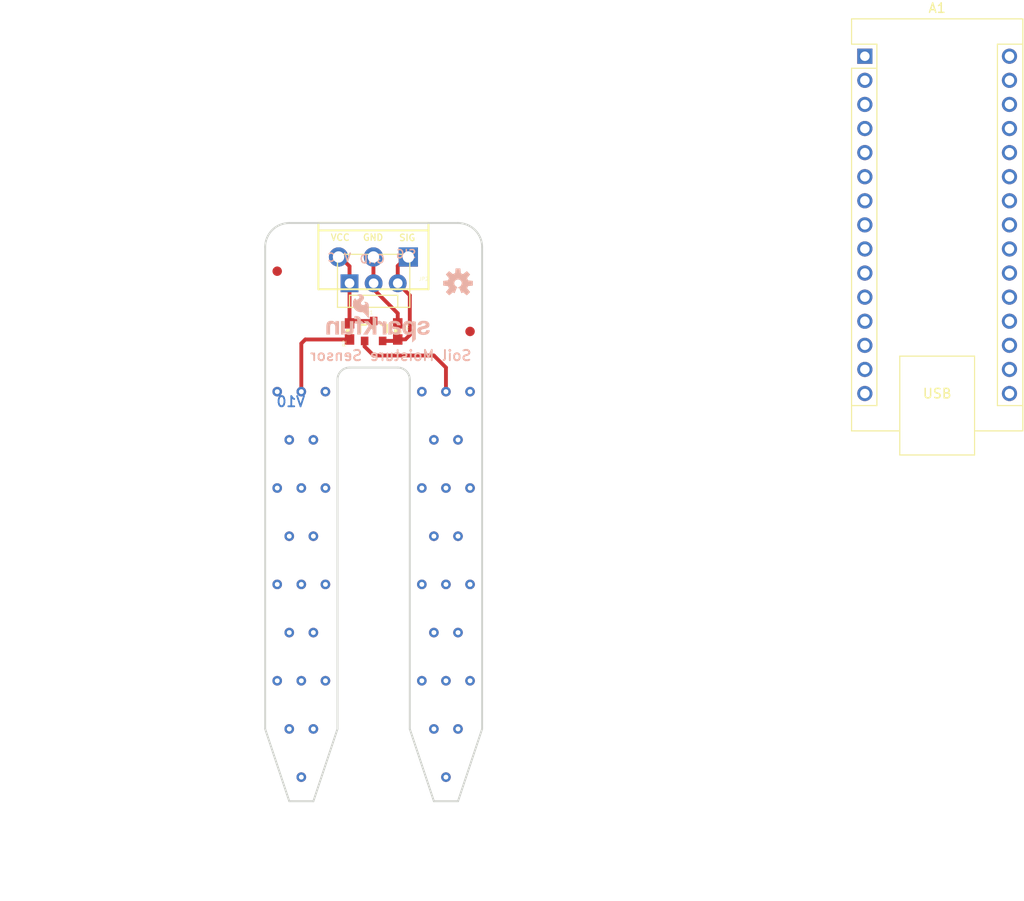
<source format=kicad_pcb>
(kicad_pcb (version 20240108) (generator "pcbnew") (generator_version "8.0")
  (layers (0 "F.Cu" signal) (31 "B.Cu" signal) (34 "B.Paste" user) (35 "F.Paste" user) (36 "B.SilkS" user "B.Silkscreen") (37 "F.SilkS" user "F.Silkscreen") (38 "B.Mask" user) (39 "F.Mask" user) (44 "Edge.Cuts" user))
  (net 0 "")
  (net 1 "/SIG")
  (net 2 "VCC")
  (net 3 "GND")
  (net 4 "/PROBE1")
  (net 5 "/PROBE2")
  (net 34 "-5V")
  (footprint "SparkFun_Soil_Moisture_Sensor:0603-RES" (layer "F.Cu") (at 151.0411 85.9536 -90)
    (property "Reference" "R1" (at -0.889 -0.762 -90) (layer "F.SilkS") (effects (font (size 0.373888 0.373888) (thickness 0.032512)) (justify right top)))
    (property "Value" "10k")
    (fp_poly (pts (xy -0.2286 0.381) (xy 0.2286 0.381) (xy 0.2286 -0.381) (xy -0.2286 -0.381)) (fill solid) (layer "F.SilkS"))
    (pad "1" smd rect (at -0.85 0 270) (size 1.1 1) (layers "F.Cu" "F.Paste" "F.Mask") (net 3 "GND"))
    (pad "2" smd rect (at 0.85 0 270) (size 1.1 1) (layers "F.Cu" "F.Paste" "F.Mask") (net 1 "/SIG"))
  )
  (footprint "SparkFun_Soil_Moisture_Sensor:MOLEX-1X3" (layer "F.Cu") (at 145.9611 80.8736)
    (property "Reference" "JP1" (hide yes))
    (property "Value" "M03POLAR" (hide yes))
    (fp_line (start -1.27 -3.048) (end -1.27 2.54) (stroke (width 0.127)) (layer "F.SilkS"))
    (fp_line (start 0 1.27) (end 5.08 1.27) (stroke (width 0.127)) (layer "F.SilkS"))
    (fp_line (start 0 2.54) (end -1.27 2.54) (stroke (width 0.127)) (layer "F.SilkS"))
    (fp_line (start 0 2.54) (end 0 1.27) (stroke (width 0.127)) (layer "F.SilkS"))
    (fp_line (start 5.08 1.27) (end 5.08 2.54) (stroke (width 0.127)) (layer "F.SilkS"))
    (fp_line (start 5.08 2.54) (end 0 2.54) (stroke (width 0.127)) (layer "F.SilkS"))
    (fp_line (start 6.35 -3.048) (end -1.27 -3.048) (stroke (width 0.127)) (layer "F.SilkS"))
    (fp_line (start 6.35 -3.048) (end 6.35 2.54) (stroke (width 0.127)) (layer "F.SilkS"))
    (fp_line (start 6.35 2.54) (end 5.08 2.54) (stroke (width 0.127)) (layer "F.SilkS"))
    (pad "1" thru_hole rect (at 0 0) (size 1.8796 1.8796) (drill 1.016) (layers "*.Cu" "*.Mask") (net 2 "VCC"))
    (pad "2" thru_hole circle (at 2.54 0) (size 1.8796 1.8796) (drill 1.016) (layers "*.Cu" "*.Mask") (net 3 "GND"))
    (pad "3" thru_hole circle (at 5.08 0) (size 1.8796 1.8796) (drill 1.016) (layers "*.Cu" "*.Mask") (net 1 "/SIG"))
  )
  (footprint "SparkFun_Soil_Moisture_Sensor:SCREWTERMINAL-3.5MM-3_LOCK.007S" (layer "F.Cu") (at 151.9809 78.105 180)
    (property "Reference" "JP2" (at -1.27 -2.54 180) (layer "F.SilkS") (effects (font (size 0.373888 0.373888) (thickness 0.032512)) (justify left bottom)))
    (property "Value" "M03SCREW_LOCK")
    (fp_line (start 9.3 3.6) (end -2.3 3.6) (stroke (width 0.2032)) (layer "F.SilkS"))
    (fp_line (start 9.3 2.8) (end 9.3 3.6) (stroke (width 0.2032)) (layer "F.SilkS"))
    (fp_line (start 9.3 2.8) (end -2.3 2.8) (stroke (width 0.2032)) (layer "F.SilkS"))
    (fp_line (start 9.3 -3.4) (end 9.3 2.8) (stroke (width 0.2032)) (layer "F.SilkS"))
    (fp_line (start -2.3 3.6) (end -2.3 2.8) (stroke (width 0.2032)) (layer "F.SilkS"))
    (fp_line (start -2.3 2.8) (end -2.3 -3.4) (stroke (width 0.2032)) (layer "F.SilkS"))
    (fp_line (start -2.3 -3.4) (end 9.3 -3.4) (stroke (width 0.2032)) (layer "F.SilkS"))
    (pad "1" thru_hole rect (at -0.1778 0 180) (size 2.032 2.032) (drill 1.2) (layers "*.Cu" "*.Mask") (net 1 "/SIG"))
    (pad "2" thru_hole circle (at 3.5 0 180) (size 2.032 2.032) (drill 1.2) (layers "*.Cu" "*.Mask") (net 3 "GND"))
    (pad "3" thru_hole circle (at 7.1778 0 180) (size 2.032 2.032) (drill 1.2) (layers "*.Cu" "*.Mask") (net 2 "VCC"))
  )
  (footprint "SparkFun_Soil_Moisture_Sensor:FIDUCIAL-1X2" (layer "F.Cu") (at 138.3411 79.6036)
    (property "Reference" "FID1" (hide yes))
    (property "Value" "FIDUCIAL1X2" (hide yes))
    (pad "1" smd roundrect (at 0 0) (size 1 1) (layers "F.Cu" "F.Mask") (roundrect_rratio 0.5))
  )
  (footprint "SparkFun_Soil_Moisture_Sensor:0603-RES" (layer "F.Cu") (at 145.9611 85.9536 90)
    (property "Reference" "R2" (at -0.889 -0.762 90) (layer "F.SilkS") (effects (font (size 0.373888 0.373888) (thickness 0.032512)) (justify right top)))
    (property "Value" "100")
    (fp_poly (pts (xy -0.2286 0.381) (xy 0.2286 0.381) (xy 0.2286 -0.381) (xy -0.2286 -0.381)) (fill solid) (layer "F.SilkS"))
    (pad "1" smd rect (at -0.85 0 90) (size 1.1 1) (layers "F.Cu" "F.Paste" "F.Mask") (net 5 "/PROBE2"))
    (pad "2" smd rect (at 0.85 0 90) (size 1.1 1) (layers "F.Cu" "F.Paste" "F.Mask") (net 2 "VCC"))
  )
  (footprint "Module:Arduino_Nano" (layer "F.Cu") (at 200.26 56.94)
    (property "Reference" "A1" (at 7.62 -5.08 0) (layer "F.SilkS"))
    (property "Value" "Arduino_Nano_v2.x")
    (fp_line (start -1.4 -3.94) (end -1.4 -1.27) (stroke (width 0.12)) (layer "F.SilkS"))
    (fp_line (start -1.4 1.27) (end -1.4 39.5) (stroke (width 0.12)) (layer "F.SilkS"))
    (fp_line (start -1.4 39.5) (end 3.68 39.5) (stroke (width 0.12)) (layer "F.SilkS"))
    (fp_line (start 1.27 -1.27) (end -1.4 -1.27) (stroke (width 0.12)) (layer "F.SilkS"))
    (fp_line (start 1.27 1.27) (end -1.4 1.27) (stroke (width 0.12)) (layer "F.SilkS"))
    (fp_line (start 1.27 1.27) (end 1.27 -1.27) (stroke (width 0.12)) (layer "F.SilkS"))
    (fp_line (start 1.27 1.27) (end 1.27 36.83) (stroke (width 0.12)) (layer "F.SilkS"))
    (fp_line (start 1.27 36.83) (end -1.4 36.83) (stroke (width 0.12)) (layer "F.SilkS"))
    (fp_line (start 3.68 31.62) (end 11.56 31.62) (stroke (width 0.12)) (layer "F.SilkS"))
    (fp_line (start 3.68 42.04) (end 3.68 31.62) (stroke (width 0.12)) (layer "F.SilkS"))
    (fp_line (start 11.56 31.62) (end 11.56 42.04) (stroke (width 0.12)) (layer "F.SilkS"))
    (fp_line (start 11.56 42.04) (end 3.68 42.04) (stroke (width 0.12)) (layer "F.SilkS"))
    (fp_line (start 13.97 -1.27) (end 13.97 36.83) (stroke (width 0.12)) (layer "F.SilkS"))
    (fp_line (start 13.97 -1.27) (end 16.64 -1.27) (stroke (width 0.12)) (layer "F.SilkS"))
    (fp_line (start 13.97 36.83) (end 16.64 36.83) (stroke (width 0.12)) (layer "F.SilkS"))
    (fp_line (start 16.64 -3.94) (end -1.4 -3.94) (stroke (width 0.12)) (layer "F.SilkS"))
    (fp_line (start 16.64 39.5) (end 11.56 39.5) (stroke (width 0.12)) (layer "F.SilkS"))
    (fp_line (start 16.64 39.5) (end 16.64 -3.94) (stroke (width 0.12)) (layer "F.SilkS"))
    (fp_text user "USB" (at 7.62 35.56 0) (layer "F.SilkS"))
    (pad "1" thru_hole rect (at 0 0) (size 1.6 1.6) (drill 1) (layers "*.Cu" "*.Mask"))
    (pad "2" thru_hole oval (at 0 2.54) (size 1.6 1.6) (drill 1) (layers "*.Cu" "*.Mask"))
    (pad "3" thru_hole oval (at 0 5.08) (size 1.6 1.6) (drill 1) (layers "*.Cu" "*.Mask"))
    (pad "4" thru_hole oval (at 0 7.62) (size 1.6 1.6) (drill 1) (layers "*.Cu" "*.Mask") (net 3 "GND"))
    (pad "5" thru_hole oval (at 0 10.16) (size 1.6 1.6) (drill 1) (layers "*.Cu" "*.Mask"))
    (pad "6" thru_hole oval (at 0 12.7) (size 1.6 1.6) (drill 1) (layers "*.Cu" "*.Mask"))
    (pad "7" thru_hole oval (at 0 15.24) (size 1.6 1.6) (drill 1) (layers "*.Cu" "*.Mask"))
    (pad "8" thru_hole oval (at 0 17.78) (size 1.6 1.6) (drill 1) (layers "*.Cu" "*.Mask"))
    (pad "9" thru_hole oval (at 0 20.32) (size 1.6 1.6) (drill 1) (layers "*.Cu" "*.Mask"))
    (pad "10" thru_hole oval (at 0 22.86) (size 1.6 1.6) (drill 1) (layers "*.Cu" "*.Mask"))
    (pad "11" thru_hole oval (at 0 25.4) (size 1.6 1.6) (drill 1) (layers "*.Cu" "*.Mask"))
    (pad "12" thru_hole oval (at 0 27.94) (size 1.6 1.6) (drill 1) (layers "*.Cu" "*.Mask"))
    (pad "13" thru_hole oval (at 0 30.48) (size 1.6 1.6) (drill 1) (layers "*.Cu" "*.Mask"))
    (pad "14" thru_hole oval (at 0 33.02) (size 1.6 1.6) (drill 1) (layers "*.Cu" "*.Mask"))
    (pad "15" thru_hole oval (at 0 35.56) (size 1.6 1.6) (drill 1) (layers "*.Cu" "*.Mask"))
    (pad "16" thru_hole oval (at 15.24 35.56) (size 1.6 1.6) (drill 1) (layers "*.Cu" "*.Mask"))
    (pad "17" thru_hole oval (at 15.24 33.02) (size 1.6 1.6) (drill 1) (layers "*.Cu" "*.Mask"))
    (pad "18" thru_hole oval (at 15.24 30.48) (size 1.6 1.6) (drill 1) (layers "*.Cu" "*.Mask"))
    (pad "19" thru_hole oval (at 15.24 27.94) (size 1.6 1.6) (drill 1) (layers "*.Cu" "*.Mask"))
    (pad "20" thru_hole oval (at 15.24 25.4) (size 1.6 1.6) (drill 1) (layers "*.Cu" "*.Mask"))
    (pad "21" thru_hole oval (at 15.24 22.86) (size 1.6 1.6) (drill 1) (layers "*.Cu" "*.Mask"))
    (pad "22" thru_hole oval (at 15.24 20.32) (size 1.6 1.6) (drill 1) (layers "*.Cu" "*.Mask"))
    (pad "23" thru_hole oval (at 15.24 17.78) (size 1.6 1.6) (drill 1) (layers "*.Cu" "*.Mask"))
    (pad "24" thru_hole oval (at 15.24 15.24) (size 1.6 1.6) (drill 1) (layers "*.Cu" "*.Mask"))
    (pad "25" thru_hole oval (at 15.24 12.7) (size 1.6 1.6) (drill 1) (layers "*.Cu" "*.Mask"))
    (pad "26" thru_hole oval (at 15.24 10.16) (size 1.6 1.6) (drill 1) (layers "*.Cu" "*.Mask"))
    (pad "27" thru_hole oval (at 15.24 7.62) (size 1.6 1.6) (drill 1) (layers "*.Cu" "*.Mask") (net 34 "-5V"))
    (pad "28" thru_hole oval (at 15.24 5.08) (size 1.6 1.6) (drill 1) (layers "*.Cu" "*.Mask"))
    (pad "29" thru_hole oval (at 15.24 2.54) (size 1.6 1.6) (drill 1) (layers "*.Cu" "*.Mask"))
    (pad "30" thru_hole oval (at 15.24 0) (size 1.6 1.6) (drill 1) (layers "*.Cu" "*.Mask"))
  )
  (footprint "SparkFun_Soil_Moisture_Sensor:CREATIVE_COMMONS" (layer "F.Cu") (at 129.4511 145.6436)
    (property "Reference" "FRAME1" (hide yes))
    (property "Value" "FRAME-LETTER" (hide yes))
  )
  (footprint "SparkFun_Soil_Moisture_Sensor:STAND-OFF" (layer "F.Cu") (at 139.6111 77.0636)
    (property "Reference" "STANDOFF1" (hide yes))
    (property "Value" "STAND-OFF" (hide yes))
    (pad "" np_thru_hole circle (at 0 0) (size 3.302 3.302) (drill 3.302) (layers "*.Cu" "*.Mask"))
  )
  (footprint "SparkFun_Soil_Moisture_Sensor:STAND-OFF" (layer "F.Cu") (at 157.3911 77.0636)
    (property "Reference" "STANDOFF2" (hide yes))
    (property "Value" "STAND-OFF" (hide yes))
    (pad "" np_thru_hole circle (at 0 0) (size 3.302 3.302) (drill 3.302) (layers "*.Cu" "*.Mask"))
  )
  (footprint "SparkFun_Soil_Moisture_Sensor:SOT23-3" (layer "F.Cu") (at 148.5011 85.9536)
    (property "Reference" "Q1" (at -0.8255 -1.778 0) (layer "F.SilkS") (effects (font (size 0.373888 0.373888) (thickness 0.032512)) (justify left bottom)))
    (property "Value" "TRANSISTOR_NPNMMBT2222A")
    (fp_line (start -1.4 -0.7) (end -1.4 0.1) (stroke (width 0.2032)) (layer "F.SilkS"))
    (fp_line (start -0.8 -0.7) (end -1.4 -0.7) (stroke (width 0.2032)) (layer "F.SilkS"))
    (fp_line (start 0.8 -0.7) (end 1.4 -0.7) (stroke (width 0.2032)) (layer "F.SilkS"))
    (fp_line (start 1.4 -0.7) (end 1.4 0.1) (stroke (width 0.2032)) (layer "F.SilkS"))
    (pad "1" smd rect (at -0.95 1) (size 0.8 0.9) (layers "F.Cu" "F.Paste" "F.Mask") (net 4 "/PROBE1"))
    (pad "2" smd rect (at 0.95 1) (size 0.8 0.9) (layers "F.Cu" "F.Paste" "F.Mask") (net 1 "/SIG"))
    (pad "3" smd rect (at 0 -1.1) (size 0.8 0.9) (layers "F.Cu" "F.Paste" "F.Mask") (net 2 "VCC"))
  )
  (footprint "SparkFun_Soil_Moisture_Sensor:FIDUCIAL-1X2" (layer "F.Cu") (at 158.6611 85.9536)
    (property "Reference" "FID2" (hide yes))
    (property "Value" "FIDUCIAL1X2" (hide yes))
    (pad "1" smd roundrect (at 0 0) (size 1 1) (layers "F.Cu" "F.Mask") (roundrect_rratio 0.5))
  )
  (footprint "SparkFun_Soil_Moisture_Sensor:SFE_LOGO_NAME_FLAME_.1" (layer "B.Cu") (at 154.8511 87.2236 180)
    (property "Reference" "LOGO1" (hide yes))
    (property "Value" "SFE_LOGO_NAME_FLAME.1_INCH" (hide yes))
    (fp_poly (pts (xy 3.342723 1.632471) (xy 3.332519 1.489622) (xy 3.302427 1.35922) (xy 3.251323 1.23657) (xy 2.906799 1.398699) (xy 2.937517 1.480612) (xy 2.94746 1.560155) (xy 2.94746 1.642606)) (fill solid) (layer "B.SilkS"))
    (fp_poly (pts (xy 6.45254 1.85631) (xy 6.938918 2.36254) (xy 7.406216 2.36254) (xy 6.873268 1.839647) (xy 7.464702 0.93746) (xy 6.988585 0.93746) (xy 6.599469 1.56603) (xy 6.45254 1.428896) (xy 6.45254 0.93746) (xy 6.05746 0.93746) (xy 6.05746 2.681517) (xy 6.45254 2.894253)) (fill solid) (layer "B.SilkS"))
    (fp_poly (pts (xy 4.232958 1.578639) (xy 4.2106 1.56746) (xy 4.190413 1.56746) (xy 4.160412 1.55746) (xy 4.120413 1.55746) (xy 4.090412 1.54746) (xy 4.0506 1.54746) (xy 4.0306 1.53746) (xy 4.00825 1.53746) (xy 3.926458 1.752162) (xy 4.01972 1.762524) (xy 4.109679 1.772519) (xy 4.181909 1.782838)) (fill solid) (layer "B.SilkS"))
    (fp_poly (pts (xy 8.37254 2.88157) (xy 8.37254 2.59746) (xy 8.200312 2.59746) (xy 8.160888 2.587604) (xy 8.121738 2.568029) (xy 8.102203 2.538726) (xy 8.09254 2.5194) (xy 8.09254 2.479687) (xy 8.08254 2.439687) (xy 8.08254 2.36254) (xy 8.35254 2.36254) (xy 8.35254 2.09746) (xy 8.08254 2.09746) (xy 8.08254 0.93746) (xy 7.69746 0.93746) (xy 7.69746 2.09746) (xy 7.30238 2.09746) (xy 7.348332 2.131924) (xy 7.508332 2.291924) (xy 7.548185 2.321814) (xy 7.57873 2.36254) (xy 7.69746 2.36254) (xy 7.69746 2.560461) (xy 7.727642 2.640947) (xy 7.757811 2.711341) (xy 7.808258 2.771877) (xy 7.878686 2.822183) (xy 7.95906 2.86237) (xy 8.059627 2.89254) (xy 8.3506 2.89254)) (fill solid) (layer "B.SilkS"))
    (fp_poly (pts (xy 5.901052 2.38254) (xy 5.91254 2.38254) (xy 5.91254 2.01746) (xy 5.8994 2.01746) (xy 5.8794 2.02746) (xy 5.770123 2.02746) (xy 5.670438 2.017491) (xy 5.590955 1.99762) (xy 5.521658 1.958022) (xy 5.472093 1.898545) (xy 5.432357 1.829007) (xy 5.412466 1.759386) (xy 5.39254 1.669719) (xy 5.39254 0.93746) (xy 4.99746 0.93746) (xy 4.99746 2.292082) (xy 5.049451 2.30248) (xy 5.089687 2.31254) (xy 5.139747 2.31254) (xy 5.189451 2.32248) (xy 5.229443 2.332479) (xy 5.279502 2.342491) (xy 5.329452 2.352481) (xy 5.37254 2.363253) (xy 5.37254 2.099563) (xy 5.407893 2.161432) (xy 5.448032 2.211607) (xy 5.498213 2.271823) (xy 5.548568 2.312107) (xy 5.618958 2.35233) (xy 5.679249 2.372427) (xy 5.749644 2.39254) (xy 5.891052 2.39254)) (fill solid) (layer "B.SilkS"))
    (fp_poly (pts (xy 8.85254 1.560155) (xy 8.86252 1.480315) (xy 8.872513 1.400367) (xy 8.882403 1.341029) (xy 8.912032 1.301524) (xy 8.941733 1.261922) (xy 8.990929 1.232404) (xy 9.040478 1.222495) (xy 9.100052 1.212565) (xy 9.179633 1.222513) (xy 9.239105 1.232425) (xy 9.288425 1.262017) (xy 9.327912 1.301504) (xy 9.357692 1.361064) (xy 9.387524 1.430674) (xy 9.39746 1.510155) (xy 9.39746 2.36254) (xy 9.79254 2.36254) (xy 9.79254 0.93746) (xy 9.41746 0.93746) (xy 9.41746 1.13746) (xy 9.411359 1.13746) (xy 9.372052 1.078499) (xy 9.331807 1.028193) (xy 9.281377 0.987848) (xy 9.221041 0.957681) (xy 9.170874 0.937614) (xy 9.110586 0.917518) (xy 9.040393 0.90749) (xy 8.98012 0.897445) (xy 8.839465 0.907492) (xy 8.728943 0.947682) (xy 8.638542 0.997904) (xy 8.568001 1.058368) (xy 8.517646 1.149007) (xy 8.487526 1.249406) (xy 8.46746 1.359771) (xy 8.46746 2.36254) (xy 8.85254 2.36254)) (fill solid) (layer "B.SilkS"))
    (fp_poly (pts (xy 10.950429 2.382516) (xy 11.060965 2.35237) (xy 11.151545 2.302048) (xy 11.222001 2.231592) (xy 11.272335 2.151057) (xy 11.302474 2.050594) (xy 11.322522 1.940325) (xy 11.33254 1.810098) (xy 11.33254 0.93746) (xy 10.93746 0.93746) (xy 10.93746 1.739845) (xy 10.927486 1.819641) (xy 10.917491 1.889606) (xy 10.907574 1.949105) (xy 10.877889 1.998581) (xy 10.848266 2.038077) (xy 10.799071 2.067595) (xy 10.749522 2.077505) (xy 10.689947 2.087434) (xy 10.610367 2.077486) (xy 10.550894 2.067574) (xy 10.501697 2.038056) (xy 10.462091 1.988548) (xy 10.432268 1.938843) (xy 10.402482 1.869342) (xy 10.39254 1.779864) (xy 10.39254 0.93746) (xy 9.99746 0.93746) (xy 9.99746 2.36254) (xy 10.37254 2.36254) (xy 10.37254 2.16254) (xy 10.378641 2.16254) (xy 10.418026 2.221618) (xy 10.458303 2.261896) (xy 10.508499 2.302052) (xy 10.568874 2.342302) (xy 10.629197 2.36241) (xy 10.689386 2.382473) (xy 10.74979 2.39254) (xy 10.810091 2.39254)) (fill solid) (layer "B.SilkS"))
    (fp_poly (pts (xy 2.850522 2.382511) (xy 2.991123 2.332296) (xy 3.101656 2.261957) (xy 3.192029 2.161542) (xy 3.262327 2.051075) (xy 3.30246 1.920641) (xy 3.332522 1.780352) (xy 3.34272 1.627389) (xy 2.94746 1.637524) (xy 2.94746 1.729845) (xy 2.937517 1.809387) (xy 2.907648 1.889038) (xy 2.877809 1.95866) (xy 2.828284 2.018091) (xy 2.768789 2.057755) (xy 2.699342 2.087518) (xy 2.610018 2.097442) (xy 2.530612 2.087517) (xy 2.45127 2.057764) (xy 2.401786 2.018176) (xy 2.35219 1.95866) (xy 2.322352 1.889038) (xy 2.292482 1.809387) (xy 2.28254 1.729845) (xy 2.28254 1.560312) (xy 2.302464 1.480616) (xy 2.322413 1.400817) (xy 2.352143 1.331449) (xy 2.401716 1.281876) (xy 2.461213 1.232294) (xy 2.530494 1.2125) (xy 2.619981 1.202557) (xy 2.699531 1.2125) (xy 2.77882 1.232323) (xy 2.838176 1.281786) (xy 2.877799 1.331315) (xy 2.908702 1.403418) (xy 3.253521 1.24115) (xy 3.192055 1.128463) (xy 3.101655 1.038063) (xy 2.991176 0.957715) (xy 2.870575 0.917514) (xy 2.719958 0.897432) (xy 2.659582 0.907495) (xy 2.599582 0.917495) (xy 2.539206 0.927557) (xy 2.478777 0.957772) (xy 2.428693 0.987822) (xy 2.378302 1.018057) (xy 2.338017 1.068413) (xy 2.298779 1.11746) (xy 2.29254 1.11746) (xy 2.29254 0.093868) (xy 2.198303 0.188105) (xy 2.098413 0.268017) (xy 2.048303 0.308104) (xy 1.998204 0.358204) (xy 1.958303 0.398104) (xy 1.90746 0.438779) (xy 1.90746 2.291983) (xy 1.949443 2.302479) (xy 1.999748 2.31254) (xy 2.049688 2.31254) (xy 2.089443 2.322479) (xy 2.139451 2.33248) (xy 2.179443 2.342479) (xy 2.229502 2.352491) (xy 2.28254 2.363098) (xy 2.28254 2.18724) (xy 2.318104 2.231697) (xy 2.358303 2.271896) (xy 2.408547 2.31209) (xy 2.458693 2.342178) (xy 2.509107 2.372426) (xy 2.569582 2.382505) (xy 2.62979 2.39254) (xy 2.700085 2.39254)) (fill solid) (layer "B.SilkS"))
    (fp_poly (pts (xy 1.310594 2.372474) (xy 1.410884 2.342387) (xy 1.501294 2.302204) (xy 1.581814 2.241814) (xy 1.642169 2.161341) (xy 1.692443 2.060794) (xy 1.712998 1.93746) (xy 1.337918 1.93746) (xy 1.327554 1.989276) (xy 1.30774 2.03881) (xy 1.288168 2.068168) (xy 1.258726 2.087797) (xy 1.218952 2.107684) (xy 1.169512 2.12746) (xy 1.000413 2.12746) (xy 0.970711 2.117559) (xy 0.930715 2.10756) (xy 0.901629 2.097865) (xy 0.882113 2.068591) (xy 0.86254 2.039231) (xy 0.86254 2.000312) (xy 0.872339 1.961114) (xy 0.901814 1.921814) (xy 0.94134 1.89217) (xy 1.000974 1.862353) (xy 1.060567 1.842488) (xy 1.140467 1.832501) (xy 1.220616 1.812464) (xy 1.300616 1.792464) (xy 1.38056 1.772477) (xy 1.470926 1.752396) (xy 1.54126 1.712205) (xy 1.611454 1.672094) (xy 1.671909 1.621715) (xy 1.712243 1.561215) (xy 1.742483 1.490655) (xy 1.752562 1.399946) (xy 1.732472 1.269367) (xy 1.692258 1.158778) (xy 1.631873 1.078263) (xy 1.551427 1.007874) (xy 1.450911 0.957616) (xy 1.340544 0.927516) (xy 1.220315 0.907477) (xy 1.1 0.897451) (xy 0.979685 0.907477) (xy 0.859456 0.927516) (xy 0.749089 0.957616) (xy 0.648573 1.007874) (xy 0.568144 1.078249) (xy 0.497775 1.168724) (xy 0.457534 1.269327) (xy 0.437039 1.40254) (xy 0.81254 1.40254) (xy 0.81254 1.340488) (xy 0.832232 1.291256) (xy 0.861814 1.251814) (xy 0.901524 1.222032) (xy 0.941029 1.192403) (xy 1.000458 1.182499) (xy 1.050478 1.172495) (xy 1.109895 1.162592) (xy 1.149687 1.17254) (xy 1.189688 1.17254) (xy 1.229112 1.182396) (xy 1.26866 1.20217) (xy 1.308332 1.231924) (xy 1.337706 1.261298) (xy 1.347536 1.300616) (xy 1.357382 1.34) (xy 1.347604 1.379112) (xy 1.327996 1.418328) (xy 1.288581 1.447889) (xy 1.238933 1.477678) (xy 1.179284 1.497561) (xy 1.099384 1.517536) (xy 1.019451 1.537519) (xy 0.919475 1.557515) (xy 0.829275 1.577559) (xy 0.749053 1.607642) (xy 0.678866 1.637723) (xy 0.608664 1.677838) (xy 0.548168 1.718168) (xy 0.507757 1.778785) (xy 0.477517 1.849345) (xy 0.467448 1.939965) (xy 0.4775 2.06059) (xy 0.517803 2.161346) (xy 0.588209 2.24181) (xy 0.658584 2.302132) (xy 0.759168 2.352424) (xy 0.859524 2.372495) (xy 0.969771 2.39254) (xy 1.200229 2.39254)) (fill solid) (layer "B.SilkS"))
    (fp_poly (pts (xy 7.950848 5.162395) (xy 8.031017 5.132331) (xy 8.091341 5.102169) (xy 8.131668 5.071924) (xy 8.146132 5.05746) (xy 8.109588 5.05746) (xy 8.079587 5.06746) (xy 8.050312 5.06746) (xy 8.010557 5.057521) (xy 7.960831 5.047575) (xy 7.92134 5.02783) (xy 7.881871 4.998228) (xy 7.862303 4.968876) (xy 7.852353 4.939026) (xy 7.842353 4.919026) (xy 7.832677 4.89) (xy 7.842441 4.860711) (xy 7.852357 4.821042) (xy 7.872201 4.791277) (xy 7.892087 4.751504) (xy 7.921618 4.721973) (xy 7.951468 4.702074) (xy 7.991472 4.672071) (xy 8.021274 4.652203) (xy 8.1006 4.61254) (xy 8.169587 4.61254) (xy 8.198876 4.622303) (xy 8.227865 4.641629) (xy 8.23759 4.670803) (xy 8.24746 4.700413) (xy 8.24746 4.78411) (xy 8.331573 4.742053) (xy 8.412067 4.651498) (xy 8.482313 4.531076) (xy 8.53246 4.390665) (xy 8.562553 4.230166) (xy 8.552521 4.049585) (xy 8.502367 3.86903) (xy 8.402125 3.688595) (xy 8.331908 3.598316) (xy 8.251736 3.518144) (xy 8.171502 3.447939) (xy 8.071132 3.387717) (xy 7.970808 3.347588) (xy 7.860544 3.317516) (xy 7.74021 3.29746) (xy 7.550208 3.29746) (xy 7.490894 3.287574) (xy 7.441452 3.257909) (xy 7.391587 3.218017) (xy 7.341786 3.178176) (xy 7.291878 3.118285) (xy 7.231796 3.058204) (xy 7.161944 2.988352) (xy 7.111945 2.918353) (xy 7.051876 2.858284) (xy 7.001878 2.798285) (xy 6.951923 2.748331) (xy 6.921924 2.708332) (xy 6.891973 2.678381) (xy 6.871359 2.64746) (xy 6.85746 2.64746) (xy 6.85746 3.930141) (xy 6.867476 4.02028) (xy 6.877505 4.110548) (xy 6.897647 4.170974) (xy 6.927772 4.231223) (xy 6.958149 4.281851) (xy 7.008581 4.31211) (xy 7.048745 4.342234) (xy 7.099057 4.362358) (xy 7.149312 4.38246) (xy 7.20979 4.39254) (xy 7.290313 4.39254) (xy 7.330312 4.38254) (xy 7.3506 4.38254) (xy 7.374288 4.370696) (xy 7.361505 4.357912) (xy 7.341136 4.347728) (xy 7.320974 4.337647) (xy 7.291371 4.327779) (xy 7.251973 4.288381) (xy 7.232303 4.258876) (xy 7.22254 4.229587) (xy 7.22254 4.200413) (xy 7.232353 4.170974) (xy 7.252088 4.131504) (xy 7.281619 4.101973) (xy 7.311189 4.082259) (xy 7.360723 4.062446) (xy 7.410253 4.05254) (xy 7.489688 4.05254) (xy 7.568957 4.072357) (xy 7.628262 4.111894) (xy 7.667733 4.161232) (xy 7.68746 4.220413) (xy 7.68746 4.289477) (xy 7.657823 4.358629) (xy 7.588088 4.438327) (xy 7.508095 4.52832) (xy 7.437911 4.608531) (xy 7.387601 4.699089) (xy 7.36746 4.789721) (xy 7.36746 4.870412) (xy 7.397711 4.961166) (xy 7.448099 5.031709) (xy 7.538529 5.112091) (xy 7.649143 5.172426) (xy 7.759771 5.19254) (xy 7.860412 5.19254)) (fill solid) (layer "B.SilkS"))
    (fp_poly (pts (xy 4.320253 2.38254) (xy 4.380252 2.38254) (xy 4.430727 2.372445) (xy 4.480723 2.352445) (xy 4.530727 2.342445) (xy 4.581255 2.322234) (xy 4.621524 2.292032) (xy 4.661524 2.262032) (xy 4.701814 2.231814) (xy 4.732169 2.191341) (xy 4.752319 2.151041) (xy 4.772445 2.100727) (xy 4.78254 2.050252) (xy 4.78254 1.1806) (xy 4.79254 1.1606) (xy 4.79254 1.0706) (xy 4.80254 1.0506) (xy 4.80254 1.0306) (xy 4.81254 1.0106) (xy 4.81254 0.9806) (xy 4.822088 0.961504) (xy 4.83254 0.951052) (xy 4.83254 0.93746) (xy 4.43746 0.93746) (xy 4.43746 0.948948) (xy 4.42746 0.958948) (xy 4.42746 0.968948) (xy 4.41746 0.978948) (xy 4.41746 1.008948) (xy 4.40746 1.018948) (xy 4.40746 1.071611) (xy 4.391832 1.048168) (xy 4.361618 1.028026) (xy 4.341618 1.008026) (xy 4.311126 0.987698) (xy 4.281124 0.977697) (xy 4.251126 0.957698) (xy 4.220803 0.94759) (xy 4.160803 0.92759) (xy 4.130412 0.91746) (xy 4.100413 0.91746) (xy 4.070412 0.90746) (xy 4.030413 0.90746) (xy 4.000412 0.89746) (xy 3.889748 0.89746) (xy 3.839747 0.90746) (xy 3.789687 0.90746) (xy 3.749217 0.917578) (xy 3.698959 0.937681) (xy 3.658723 0.957799) (xy 3.628726 0.977796) (xy 3.588495 0.997912) (xy 3.558026 1.028382) (xy 3.537928 1.058528) (xy 3.507926 1.098532) (xy 3.487608 1.129009) (xy 3.477575 1.179168) (xy 3.45746 1.2194) (xy 3.45746 1.269747) (xy 3.447414 1.319977) (xy 3.467533 1.430632) (xy 3.49767 1.521042) (xy 3.538013 1.591642) (xy 3.60853 1.652086) (xy 3.678917 1.692307) (xy 3.759244 1.722429) (xy 3.83955 1.742506) (xy 3.931674 1.752742) (xy 4.013317 1.538428) (xy 3.980974 1.527647) (xy 3.961504 1.517912) (xy 3.951505 1.507912) (xy 3.931136 1.497728) (xy 3.911504 1.487912) (xy 3.901505 1.477912) (xy 3.881893 1.468106) (xy 3.85254 1.4094) (xy 3.85254 1.3894) (xy 3.84254 1.3694) (xy 3.84254 1.320412) (xy 3.85254 1.290412) (xy 3.85254 1.2706) (xy 3.862087 1.251504) (xy 3.872088 1.241505) (xy 3.881893 1.221893) (xy 3.901505 1.212088) (xy 3.911504 1.202087) (xy 3.931136 1.192272) (xy 3.9506 1.18254) (xy 3.9706 1.18254) (xy 3.9906 1.17254) (xy 4.0106 1.17254) (xy 4.0306 1.16254) (xy 4.079747 1.16254) (xy 4.129748 1.17254) (xy 4.1794 1.17254) (xy 4.219113 1.192397) (xy 4.258957 1.202357) (xy 4.288381 1.221973) (xy 4.308026 1.241618) (xy 4.328026 1.271618) (xy 4.347779 1.291371) (xy 4.35759 1.320803) (xy 4.367647 1.350974) (xy 4.377647 1.370974) (xy 4.38746 1.400413) (xy 4.38746 1.623868) (xy 4.371052 1.60746) (xy 4.3506 1.60746) (xy 4.3106 1.58746) (xy 4.2906 1.58746) (xy 4.2706 1.57746) (xy 4.228017 1.57746) (xy 4.17694 1.781767) (xy 4.249238 1.802423) (xy 4.308933 1.822322) (xy 4.358266 1.851922) (xy 4.38746 1.890846) (xy 4.38746 1.9994) (xy 4.367728 2.038864) (xy 4.357912 2.058495) (xy 4.347912 2.068495) (xy 4.338106 2.088106) (xy 4.318864 2.097728) (xy 4.2794 2.11746) (xy 4.2594 2.11746) (xy 4.2394 2.12746) (xy 4.0606 2.12746) (xy 3.961504 2.077912) (xy 3.922088 2.038496) (xy 3.912353 2.019026) (xy 3.902353 1.989026) (xy 3.89254 1.9694) (xy 3.89254 1.91746) (xy 3.497002 1.91746) (xy 3.507495 1.980418) (xy 3.517527 2.040614) (xy 3.537721 2.101194) (xy 3.567888 2.141418) (xy 3.597889 2.191419) (xy 3.628186 2.231814) (xy 3.668581 2.262111) (xy 3.718693 2.292178) (xy 3.768868 2.322283) (xy 3.819273 2.342445) (xy 3.869346 2.352459) (xy 3.929386 2.372473) (xy 3.989522 2.382495) (xy 4.039748 2.39254) (xy 4.270252 2.39254)) (fill solid) (layer "B.SilkS"))
  )
  (footprint "SparkFun_Soil_Moisture_Sensor:OSHW-LOGO-S" (layer "B.Cu") (at 157.3911 80.8736 180)
    (property "Reference" "LOGO2" (hide yes))
    (property "Value" "OSHW-LOGOS" (hide yes))
    (fp_poly (pts (xy 0.301646 1.06135) (xy 0.42347 1.022344) (xy 0.537176 0.963768) (xy 0.92862 1.282946) (xy 1.282946 0.92862) (xy 0.961034 0.533823) (xy 1.057045 0.302084) (xy 1.5638 0.250561) (xy 1.5638 -0.250561) (xy 1.057045 -0.302084) (xy 0.961034 -0.533823) (xy 1.282946 -0.92862) (xy 0.92862 -1.282946) (xy 0.537177 -0.963769) (xy 0.356601 -1.056794) (xy 0.088679 -0.410073) (xy 0.326262 -0.217599) (xy 0.373649 -0.121467) (xy 0.392728 -0.010339) (xy 0.379464 0.101633) (xy 0.334947 0.205228) (xy 0.262841 0.291917) (xy 0.169087 0.35456) (xy 0.061406 0.387998) (xy -0.051341 0.38948) (xy -0.159867 0.358881) (xy -0.255233 0.298724) (xy -0.329589 0.213961) (xy -0.376813 0.111569) (xy -0.392175 0.005766) (xy -0.322922 -0.222564) (xy -0.249312 -0.303772) (xy 0.091677 -0.5081) (xy -0.12929 -0.5081) (xy -0.355332 -1.053732) (xy -0.506597 -0.983577) (xy -0.538921 -0.965192) (xy -0.92862 -1.282946) (xy -1.282946 -0.92862) (xy -0.961034 -0.533823) (xy -1.057045 -0.302084) (xy -1.5638 -0.250561) (xy -1.5638 0.250561) (xy -1.057045 0.302084) (xy -0.961034 0.533823) (xy -1.282946 0.92862) (xy -0.92862 1.282946) (xy -0.533823 0.961034) (xy -0.302084 1.057045) (xy -0.250561 1.5638) (xy 0.250561 1.5638)) (fill solid) (layer "B.SilkS"))
  )
  (gr_line (start 152.3111 127.8636) (end 152.3111 91.0336) (stroke (width 0.2032)) (layer "Edge.Cuts"))
  (gr_line (start 154.8511 135.4836) (end 152.3111 127.8636) (stroke (width 0.2032)) (layer "Edge.Cuts"))
  (gr_arc (start 137.0711 77.0636) (mid 137.815049 75.267549) (end 139.6111 74.5236) (stroke (width 0.2032)) (layer "Edge.Cuts"))
  (gr_line (start 139.6111 135.4836) (end 142.1511 135.4836) (stroke (width 0.2032)) (layer "Edge.Cuts"))
  (gr_arc (start 151.0411 89.7636) (mid 151.939126 90.135574) (end 152.3111 91.0336) (stroke (width 0.2032)) (layer "Edge.Cuts"))
  (gr_line (start 139.6111 74.5236) (end 157.3911 74.5236) (stroke (width 0.2032)) (layer "Edge.Cuts"))
  (gr_line (start 159.9311 77.0636) (end 159.9311 127.8636) (stroke (width 0.2032)) (layer "Edge.Cuts"))
  (gr_arc (start 157.3911 74.5236) (mid 159.187151 75.267549) (end 159.9311 77.0636) (stroke (width 0.2032)) (layer "Edge.Cuts"))
  (gr_line (start 137.0711 77.0636) (end 137.0711 127.8636) (stroke (width 0.2032)) (layer "Edge.Cuts"))
  (gr_line (start 145.9611 89.7636) (end 151.0411 89.7636) (stroke (width 0.2032)) (layer "Edge.Cuts"))
  (gr_line (start 142.1511 135.4836) (end 144.6911 127.8636) (stroke (width 0.2032)) (layer "Edge.Cuts"))
  (gr_arc (start 144.6911 91.0336) (mid 145.063074 90.135574) (end 145.9611 89.7636) (stroke (width 0.2032)) (layer "Edge.Cuts"))
  (gr_line (start 144.6911 127.8636) (end 144.6911 91.0336) (stroke (width 0.2032)) (layer "Edge.Cuts"))
  (gr_line (start 137.0711 127.8636) (end 139.6111 135.4836) (stroke (width 0.2032)) (layer "Edge.Cuts"))
  (gr_line (start 157.3911 135.4836) (end 154.8511 135.4836) (stroke (width 0.2032)) (layer "Edge.Cuts"))
  (gr_line (start 159.9311 127.8636) (end 157.3911 135.4836) (stroke (width 0.2032)) (layer "Edge.Cuts"))
  (gr_text "V10" (at 141.3891 93.989676 -0) (layer "B.Cu") (effects (font (size 1.0795 1.0795) (thickness 0.1905)) (justify left bottom mirror)))
  (gr_text "GND" (at 149.7711 78.837004 -0) (layer "B.SilkS") (effects (font (size 0.8636 0.8636) (thickness 0.1524)) (justify left bottom mirror)))
  (gr_text "VCC" (at 146.2151 78.672509 -0) (layer "B.SilkS") (effects (font (size 0.8636 0.8636) (thickness 0.1524)) (justify left bottom mirror)))
  (gr_text "SIG" (at 153.0731 78.302394 -0) (layer "B.SilkS") (effects (font (size 0.8636 0.8636) (thickness 0.1524)) (justify left bottom mirror)))
  (gr_text "Soil Moisture Sensor" (at 158.9151 89.1286 0) (layer "B.SilkS") (effects (font (size 1.0795 1.0795) (thickness 0.1905)) (justify left bottom mirror)))
  (gr_text "GND" (at 147.310977 75.6412 0) (layer "F.SilkS") (effects (font (size 0.69088 0.69088) (thickness 0.12192)) (justify left top)))
  (gr_text "VCC" (at 143.911973 75.6412 0) (layer "F.SilkS") (effects (font (size 0.69088 0.69088) (thickness 0.12192)) (justify left top)))
  (gr_text "SIG" (at 151.116865 75.6666 0) (layer "F.SilkS") (effects (font (size 0.69088 0.69088) (thickness 0.12192)) (justify left top)))
  (segment (start 152.3111 86.3346) (end 151.8539 86.7918) (width 0.4064) (layer "F.Cu") (net 1))
  (segment (start 149.4511 86.9536) (end 150.8911 86.9536) (width 0.4064) (layer "F.Cu") (net 1))
  (segment (start 151.9809 78.105) (end 152.1587 78.105) (width 0.4064) (layer "F.Cu") (net 1))
  (segment (start 151.0411 79.0448) (end 151.9809 78.105) (width 0.4064) (layer "F.Cu") (net 1))
  (segment (start 151.0529 86.7918) (end 151.0411 86.8036) (width 0.254) (layer "F.Cu") (net 1))
  (segment (start 151.0411 79.0448) (end 151.0411 80.8736) (width 0.4064) (layer "F.Cu") (net 1))
  (segment (start 151.0411 80.8736) (end 152.3111 82.1436) (width 0.4064) (layer "F.Cu") (net 1))
  (segment (start 151.8539 86.7918) (end 151.0529 86.7918) (width 0.4064) (layer "F.Cu") (net 1))
  (segment (start 150.8911 86.9536) (end 151.0411 86.8036) (width 0.254) (layer "F.Cu") (net 1))
  (segment (start 152.3111 82.1436) (end 152.3111 86.3346) (width 0.4064) (layer "F.Cu") (net 1))
  (segment (start 144.9809 78.105) (end 144.8031 78.105) (width 0.4064) (layer "F.Cu") (net 2))
  (segment (start 145.9611 79.0852) (end 145.9611 80.8736) (width 0.4064) (layer "F.Cu") (net 2))
  (segment (start 145.9611 85.1036) (end 146.2111 84.8536) (width 0.254) (layer "F.Cu") (net 2))
  (segment (start 145.9611 80.8736) (end 145.9611 85.1036) (width 0.4064) (layer "F.Cu") (net 2))
  (segment (start 146.2111 84.8536) (end 148.5011 84.8536) (width 0.4064) (layer "F.Cu") (net 2))
  (segment (start 145.9611 79.0852) (end 144.9809 78.105) (width 0.4064) (layer "F.Cu") (net 2))
  (segment (start 151.0411 84.0486) (end 151.0411 85.1036) (width 0.4064) (layer "F.Cu") (net 3))
  (segment (start 148.4809 80.8534) (end 148.5011 80.8736) (width 0.254) (layer "F.Cu") (net 3))
  (segment (start 148.5011 81.5086) (end 151.0411 84.0486) (width 0.4064) (layer "F.Cu") (net 3))
  (segment (start 148.5011 80.8736) (end 148.5011 81.5086) (width 0.4064) (layer "F.Cu") (net 3))
  (segment (start 148.4809 80.8534) (end 148.4809 78.105) (width 0.4064) (layer "F.Cu") (net 3))
  (segment (start 156.1211 92.3036) (end 156.1211 89.7636) (width 0.4064) (layer "F.Cu") (net 4))
  (segment (start 156.1211 89.7636) (end 154.8511 88.4936) (width 0.4064) (layer "F.Cu") (net 4))
  (segment (start 147.5511 87.5436) (end 148.5011 88.4936) (width 0.4064) (layer "F.Cu") (net 4))
  (segment (start 147.5511 86.9536) (end 147.5511 87.5436) (width 0.4064) (layer "F.Cu") (net 4))
  (segment (start 148.5011 88.4936) (end 154.8511 88.4936) (width 0.4064) (layer "F.Cu") (net 4))
  (via (at 154.8511 107.5436) (size 1.016) (drill 0.508) (layers "F.Cu" "B.Cu") (net 4))
  (via (at 157.3911 127.8636) (size 1.016) (drill 0.508) (layers "F.Cu" "B.Cu") (net 4))
  (via (at 156.1211 132.9436) (size 1.016) (drill 0.508) (layers "F.Cu" "B.Cu") (net 4))
  (via (at 156.1211 112.6236) (size 1.016) (drill 0.508) (layers "F.Cu" "B.Cu") (net 4))
  (via (at 154.8511 117.7036) (size 1.016) (drill 0.508) (layers "F.Cu" "B.Cu") (net 4))
  (via (at 153.5811 122.7836) (size 1.016) (drill 0.508) (layers "F.Cu" "B.Cu") (net 4))
  (via (at 156.1211 92.3036) (size 1.016) (drill 0.508) (layers "F.Cu" "B.Cu") (net 4))
  (via (at 156.1211 102.4636) (size 1.016) (drill 0.508) (layers "F.Cu" "B.Cu") (net 4))
  (via (at 157.3911 107.5436) (size 1.016) (drill 0.508) (layers "F.Cu" "B.Cu") (net 4))
  (via (at 156.1211 122.7836) (size 1.016) (drill 0.508) (layers "F.Cu" "B.Cu") (net 4))
  (via (at 154.8511 97.3836) (size 1.016) (drill 0.508) (layers "F.Cu" "B.Cu") (net 4))
  (via (at 158.6611 102.4636) (size 1.016) (drill 0.508) (layers "F.Cu" "B.Cu") (net 4))
  (via (at 154.8511 127.8636) (size 1.016) (drill 0.508) (layers "F.Cu" "B.Cu") (net 4))
  (via (at 158.6611 92.3036) (size 1.016) (drill 0.508) (layers "F.Cu" "B.Cu") (net 4))
  (via (at 157.3911 97.3836) (size 1.016) (drill 0.508) (layers "F.Cu" "B.Cu") (net 4))
  (via (at 158.6611 112.6236) (size 1.016) (drill 0.508) (layers "F.Cu" "B.Cu") (net 4))
  (via (at 153.5811 102.4636) (size 1.016) (drill 0.508) (layers "F.Cu" "B.Cu") (net 4))
  (via (at 158.6611 122.7836) (size 1.016) (drill 0.508) (layers "F.Cu" "B.Cu") (net 4))
  (via (at 153.5811 92.3036) (size 1.016) (drill 0.508) (layers "F.Cu" "B.Cu") (net 4))
  (via (at 153.5811 112.6236) (size 1.016) (drill 0.508) (layers "F.Cu" "B.Cu") (net 4))
  (via (at 157.3911 117.7036) (size 1.016) (drill 0.508) (layers "F.Cu" "B.Cu") (net 4))
  (segment (start 140.8811 87.2236) (end 140.8811 92.3036) (width 0.4064) (layer "F.Cu") (net 5))
  (segment (start 141.3011 86.8036) (end 140.8811 87.2236) (width 0.4064) (layer "F.Cu") (net 5))
  (segment (start 145.9611 86.8036) (end 141.3011 86.8036) (width 0.4064) (layer "F.Cu") (net 5))
  (via (at 140.8811 132.9436) (size 1.016) (drill 0.508) (layers "F.Cu" "B.Cu") (net 5))
  (via (at 142.1511 127.8636) (size 1.016) (drill 0.508) (layers "F.Cu" "B.Cu") (net 5))
  (via (at 140.8811 122.7836) (size 1.016) (drill 0.508) (layers "F.Cu" "B.Cu") (net 5))
  (via (at 139.6111 117.7036) (size 1.016) (drill 0.508) (layers "F.Cu" "B.Cu") (net 5))
  (via (at 139.6111 97.3836) (size 1.016) (drill 0.508) (layers "F.Cu" "B.Cu") (net 5))
  (via (at 143.4211 102.4636) (size 1.016) (drill 0.508) (layers "F.Cu" "B.Cu") (net 5))
  (via (at 142.1511 97.3836) (size 1.016) (drill 0.508) (layers "F.Cu" "B.Cu") (net 5))
  (via (at 143.4211 112.6236) (size 1.016) (drill 0.508) (layers "F.Cu" "B.Cu") (net 5))
  (via (at 142.1511 107.5436) (size 1.016) (drill 0.508) (layers "F.Cu" "B.Cu") (net 5))
  (via (at 140.8811 102.4636) (size 1.016) (drill 0.508) (layers "F.Cu" "B.Cu") (net 5))
  (via (at 143.4211 92.3036) (size 1.016) (drill 0.508) (layers "F.Cu" "B.Cu") (net 5))
  (via (at 140.8811 92.3036) (size 1.016) (drill 0.508) (layers "F.Cu" "B.Cu") (net 5))
  (via (at 138.3411 92.3036) (size 1.016) (drill 0.508) (layers "F.Cu" "B.Cu") (net 5))
  (via (at 138.3411 122.7836) (size 1.016) (drill 0.508) (layers "F.Cu" "B.Cu") (net 5))
  (via (at 143.4211 122.7836) (size 1.016) (drill 0.508) (layers "F.Cu" "B.Cu") (net 5))
  (via (at 138.3411 112.6236) (size 1.016) (drill 0.508) (layers "F.Cu" "B.Cu") (net 5))
  (via (at 142.1511 117.7036) (size 1.016) (drill 0.508) (layers "F.Cu" "B.Cu") (net 5))
  (via (at 138.3411 102.4636) (size 1.016) (drill 0.508) (layers "F.Cu" "B.Cu") (net 5))
  (via (at 139.6111 107.5436) (size 1.016) (drill 0.508) (layers "F.Cu" "B.Cu") (net 5))
  (via (at 140.8811 112.6236) (size 1.016) (drill 0.508) (layers "F.Cu" "B.Cu") (net 5))
  (via (at 139.6111 127.8636) (size 1.016) (drill 0.508) (layers "F.Cu" "B.Cu") (net 5))
)
</source>
